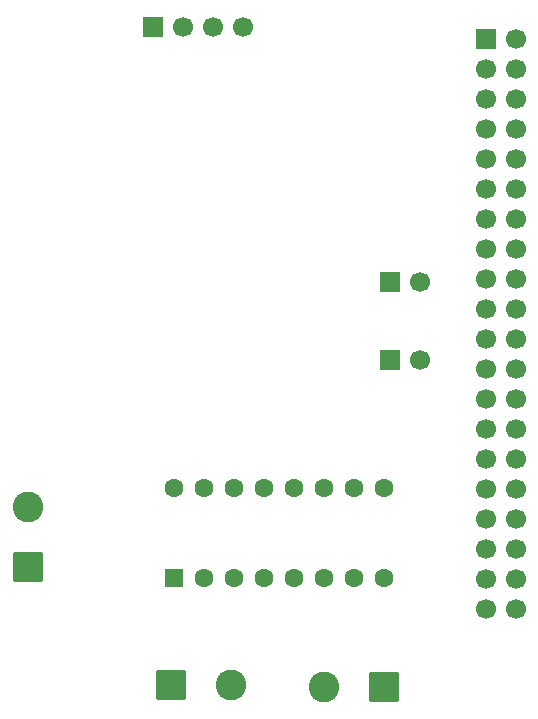
<source format=gbl>
G04 #@! TF.GenerationSoftware,KiCad,Pcbnew,9.0.1*
G04 #@! TF.CreationDate,2025-07-29T22:46:59+03:00*
G04 #@! TF.ProjectId,Ras pi hat,52617320-7069-4206-9861-742e6b696361,rev?*
G04 #@! TF.SameCoordinates,Original*
G04 #@! TF.FileFunction,Copper,L2,Bot*
G04 #@! TF.FilePolarity,Positive*
%FSLAX46Y46*%
G04 Gerber Fmt 4.6, Leading zero omitted, Abs format (unit mm)*
G04 Created by KiCad (PCBNEW 9.0.1) date 2025-07-29 22:46:59*
%MOMM*%
%LPD*%
G01*
G04 APERTURE LIST*
G04 Aperture macros list*
%AMRoundRect*
0 Rectangle with rounded corners*
0 $1 Rounding radius*
0 $2 $3 $4 $5 $6 $7 $8 $9 X,Y pos of 4 corners*
0 Add a 4 corners polygon primitive as box body*
4,1,4,$2,$3,$4,$5,$6,$7,$8,$9,$2,$3,0*
0 Add four circle primitives for the rounded corners*
1,1,$1+$1,$2,$3*
1,1,$1+$1,$4,$5*
1,1,$1+$1,$6,$7*
1,1,$1+$1,$8,$9*
0 Add four rect primitives between the rounded corners*
20,1,$1+$1,$2,$3,$4,$5,0*
20,1,$1+$1,$4,$5,$6,$7,0*
20,1,$1+$1,$6,$7,$8,$9,0*
20,1,$1+$1,$8,$9,$2,$3,0*%
G04 Aperture macros list end*
G04 #@! TA.AperFunction,ComponentPad*
%ADD10R,1.700000X1.700000*%
G04 #@! TD*
G04 #@! TA.AperFunction,ComponentPad*
%ADD11C,1.700000*%
G04 #@! TD*
G04 #@! TA.AperFunction,ComponentPad*
%ADD12RoundRect,0.250000X0.550000X-0.550000X0.550000X0.550000X-0.550000X0.550000X-0.550000X-0.550000X0*%
G04 #@! TD*
G04 #@! TA.AperFunction,ComponentPad*
%ADD13C,1.600000*%
G04 #@! TD*
G04 #@! TA.AperFunction,ComponentPad*
%ADD14RoundRect,0.250000X1.050000X1.050000X-1.050000X1.050000X-1.050000X-1.050000X1.050000X-1.050000X0*%
G04 #@! TD*
G04 #@! TA.AperFunction,ComponentPad*
%ADD15C,2.600000*%
G04 #@! TD*
G04 #@! TA.AperFunction,ComponentPad*
%ADD16RoundRect,0.250000X1.050000X-1.050000X1.050000X1.050000X-1.050000X1.050000X-1.050000X-1.050000X0*%
G04 #@! TD*
G04 #@! TA.AperFunction,ComponentPad*
%ADD17RoundRect,0.250000X-1.050000X-1.050000X1.050000X-1.050000X1.050000X1.050000X-1.050000X1.050000X0*%
G04 #@! TD*
G04 APERTURE END LIST*
D10*
G04 #@! TO.P,J6,1,Pin_1*
G04 #@! TO.N,Motor S1*
X192786000Y-82550000D03*
D11*
G04 #@! TO.P,J6,2,Pin_2*
G04 #@! TO.N,Net-(J2-MISO_SPI0{slash}GPIO09)*
X195326000Y-82550000D03*
G04 #@! TD*
D10*
G04 #@! TO.P,J7,1,Pin_1*
G04 #@! TO.N,Motor S2*
X192786000Y-75946000D03*
D11*
G04 #@! TO.P,J7,2,Pin_2*
G04 #@! TO.N,Net-(J2-MOSI_SPI0{slash}GPIO10)*
X195326000Y-75946000D03*
G04 #@! TD*
D12*
G04 #@! TO.P,U1,1,EN1\u002C2*
G04 #@! TO.N,Motor S1*
X174498000Y-101087000D03*
D13*
G04 #@! TO.P,U1,2,1A*
G04 #@! TO.N,IN 1*
X177038000Y-101087000D03*
G04 #@! TO.P,U1,3,1Y*
G04 #@! TO.N,Net-(J9-Pin_1)*
X179578000Y-101087000D03*
G04 #@! TO.P,U1,4,GND*
G04 #@! TO.N,GND*
X182118000Y-101087000D03*
G04 #@! TO.P,U1,5,GND*
X184658000Y-101087000D03*
G04 #@! TO.P,U1,6,2Y*
G04 #@! TO.N,Net-(J9-Pin_2)*
X187198000Y-101087000D03*
G04 #@! TO.P,U1,7,2A*
G04 #@! TO.N,IN 2*
X189738000Y-101087000D03*
G04 #@! TO.P,U1,8,VCC2*
G04 #@! TO.N,Net-(J8-Pin_2)*
X192278000Y-101087000D03*
G04 #@! TO.P,U1,9,EN3\u002C4*
G04 #@! TO.N,Motor S2*
X192278000Y-93467000D03*
G04 #@! TO.P,U1,10,3A*
G04 #@! TO.N,IN 3*
X189738000Y-93467000D03*
G04 #@! TO.P,U1,11,3Y*
G04 #@! TO.N,Net-(J10-Pin_1)*
X187198000Y-93467000D03*
G04 #@! TO.P,U1,12,GND*
G04 #@! TO.N,GND*
X184658000Y-93467000D03*
G04 #@! TO.P,U1,13,GND*
X182118000Y-93467000D03*
G04 #@! TO.P,U1,14,4Y*
G04 #@! TO.N,Net-(J10-Pin_2)*
X179578000Y-93467000D03*
G04 #@! TO.P,U1,15,4A*
G04 #@! TO.N,IN 4*
X177038000Y-93467000D03*
G04 #@! TO.P,U1,16,VCC1*
G04 #@! TO.N,Net-(U1-VCC1)*
X174498000Y-93467000D03*
G04 #@! TD*
D14*
G04 #@! TO.P,J10,1,Pin_1*
G04 #@! TO.N,Net-(J10-Pin_1)*
X192278000Y-110236000D03*
D15*
G04 #@! TO.P,J10,2,Pin_2*
G04 #@! TO.N,Net-(J10-Pin_2)*
X187198000Y-110236000D03*
G04 #@! TD*
D16*
G04 #@! TO.P,J8,1,Pin_1*
G04 #@! TO.N,GND*
X162173500Y-100081000D03*
D15*
G04 #@! TO.P,J8,2,Pin_2*
G04 #@! TO.N,Net-(J8-Pin_2)*
X162173500Y-95001000D03*
G04 #@! TD*
D17*
G04 #@! TO.P,J9,1,Pin_1*
G04 #@! TO.N,Net-(J9-Pin_1)*
X174234000Y-110103500D03*
D15*
G04 #@! TO.P,J9,2,Pin_2*
G04 #@! TO.N,Net-(J9-Pin_2)*
X179314000Y-110103500D03*
G04 #@! TD*
D10*
G04 #@! TO.P,J1,1,Pin_1*
G04 #@! TO.N,Net-(J1-Pin_1)*
X172720000Y-54356000D03*
D11*
G04 #@! TO.P,J1,2,Pin_2*
G04 #@! TO.N,Net-(J1-Pin_2)*
X175260000Y-54356000D03*
G04 #@! TO.P,J1,3,Pin_3*
G04 #@! TO.N,Net-(J1-Pin_3)*
X177800000Y-54356000D03*
G04 #@! TO.P,J1,4,Pin_4*
G04 #@! TO.N,GND*
X180340000Y-54356000D03*
G04 #@! TD*
D10*
G04 #@! TO.P,J2,1,3V3*
G04 #@! TO.N,Net-(J1-Pin_1)*
X200914000Y-55372000D03*
D11*
G04 #@! TO.P,J2,2,5V*
G04 #@! TO.N,Net-(U1-VCC1)*
X203454000Y-55372000D03*
G04 #@! TO.P,J2,3,SDA_I2C1/GPIO02*
G04 #@! TO.N,unconnected-(J2-SDA_I2C1{slash}GPIO02-Pad3)*
X200914000Y-57912000D03*
G04 #@! TO.P,J2,4,5V*
G04 #@! TO.N,Net-(U1-VCC1)*
X203454000Y-57912000D03*
G04 #@! TO.P,J2,5,SCL_I2C1/GPIO03*
G04 #@! TO.N,unconnected-(J2-SCL_I2C1{slash}GPIO03-Pad5)*
X200914000Y-60452000D03*
G04 #@! TO.P,J2,6,GND*
G04 #@! TO.N,GND*
X203454000Y-60452000D03*
G04 #@! TO.P,J2,7,GPCLK0/GPIO04*
G04 #@! TO.N,IN 1*
X200914000Y-62992000D03*
G04 #@! TO.P,J2,8,GPIO14/UART_TXD*
G04 #@! TO.N,Net-(J1-Pin_2)*
X203454000Y-62992000D03*
G04 #@! TO.P,J2,9,GND*
G04 #@! TO.N,GND*
X200914000Y-65532000D03*
G04 #@! TO.P,J2,10,GPIO15/UART_RXD*
G04 #@! TO.N,Net-(J1-Pin_3)*
X203454000Y-65532000D03*
G04 #@! TO.P,J2,11,GPIO17/SPI1_~{CE1}*
G04 #@! TO.N,unconnected-(J2-GPIO17{slash}SPI1_~{CE1}-Pad11)*
X200914000Y-68072000D03*
G04 #@! TO.P,J2,12,GPIO18/SPI1_~{CE0}/PCM_CLK/PWM0*
G04 #@! TO.N,unconnected-(J2-GPIO18{slash}SPI1_~{CE0}{slash}PCM_CLK{slash}PWM0-Pad12)*
X203454000Y-68072000D03*
G04 #@! TO.P,J2,13,GPIO27/SDIO_DAT3*
G04 #@! TO.N,unconnected-(J2-GPIO27{slash}SDIO_DAT3-Pad13)*
X200914000Y-70612000D03*
G04 #@! TO.P,J2,14,GND*
G04 #@! TO.N,GND*
X203454000Y-70612000D03*
G04 #@! TO.P,J2,15,GPIO22/SDIO_CLK*
G04 #@! TO.N,unconnected-(J2-GPIO22{slash}SDIO_CLK-Pad15)*
X200914000Y-73152000D03*
G04 #@! TO.P,J2,16,GPIO23/SDIO_CMD*
G04 #@! TO.N,unconnected-(J2-GPIO23{slash}SDIO_CMD-Pad16)*
X203454000Y-73152000D03*
G04 #@! TO.P,J2,17,3V3*
G04 #@! TO.N,Net-(J1-Pin_1)*
X200914000Y-75692000D03*
G04 #@! TO.P,J2,18,GPIO24/SDIO_DAT0*
G04 #@! TO.N,unconnected-(J2-GPIO24{slash}SDIO_DAT0-Pad18)*
X203454000Y-75692000D03*
G04 #@! TO.P,J2,19,MOSI_SPI0/GPIO10*
G04 #@! TO.N,Net-(J2-MOSI_SPI0{slash}GPIO10)*
X200914000Y-78232000D03*
G04 #@! TO.P,J2,20,GND*
G04 #@! TO.N,GND*
X203454000Y-78232000D03*
G04 #@! TO.P,J2,21,MISO_SPI0/GPIO09*
G04 #@! TO.N,Net-(J2-MISO_SPI0{slash}GPIO09)*
X200914000Y-80772000D03*
G04 #@! TO.P,J2,22,GPIO25/SDIO_DAT1*
G04 #@! TO.N,unconnected-(J2-GPIO25{slash}SDIO_DAT1-Pad22)*
X203454000Y-80772000D03*
G04 #@! TO.P,J2,23,SCLK_SPI0/GPIO11*
G04 #@! TO.N,unconnected-(J2-SCLK_SPI0{slash}GPIO11-Pad23)*
X200914000Y-83312000D03*
G04 #@! TO.P,J2,24,~{CE0}_SPI0/GPIO08*
G04 #@! TO.N,unconnected-(J2-~{CE0}_SPI0{slash}GPIO08-Pad24)*
X203454000Y-83312000D03*
G04 #@! TO.P,J2,25,GND*
G04 #@! TO.N,GND*
X200914000Y-85852000D03*
G04 #@! TO.P,J2,26,~{CE1}_SPI0/GPIO07*
G04 #@! TO.N,IN 4*
X203454000Y-85852000D03*
G04 #@! TO.P,J2,27,ID_SD_I2C0/GPIO00*
G04 #@! TO.N,unconnected-(J2-ID_SD_I2C0{slash}GPIO00-Pad27)*
X200914000Y-88392000D03*
G04 #@! TO.P,J2,28,ID_SC_I2C0/GPIO01*
G04 #@! TO.N,unconnected-(J2-ID_SC_I2C0{slash}GPIO01-Pad28)*
X203454000Y-88392000D03*
G04 #@! TO.P,J2,29,GPCLK1/GPIO05*
G04 #@! TO.N,IN 2*
X200914000Y-90932000D03*
G04 #@! TO.P,J2,30,GND*
G04 #@! TO.N,GND*
X203454000Y-90932000D03*
G04 #@! TO.P,J2,31,GPCLK2/GPIO06*
G04 #@! TO.N,IN 3*
X200914000Y-93472000D03*
G04 #@! TO.P,J2,32,GPIO12/PWM0*
G04 #@! TO.N,unconnected-(J2-GPIO12{slash}PWM0-Pad32)*
X203454000Y-93472000D03*
G04 #@! TO.P,J2,33,GPIO13/PWM1*
G04 #@! TO.N,unconnected-(J2-GPIO13{slash}PWM1-Pad33)*
X200914000Y-96012000D03*
G04 #@! TO.P,J2,34,GND*
G04 #@! TO.N,GND*
X203454000Y-96012000D03*
G04 #@! TO.P,J2,35,GPIO19/SPI1_MISO/PCM_FS*
G04 #@! TO.N,unconnected-(J2-GPIO19{slash}SPI1_MISO{slash}PCM_FS-Pad35)*
X200914000Y-98552000D03*
G04 #@! TO.P,J2,36,GPIO16/SPI1_~{CE2}*
G04 #@! TO.N,unconnected-(J2-GPIO16{slash}SPI1_~{CE2}-Pad36)*
X203454000Y-98552000D03*
G04 #@! TO.P,J2,37,GPIO26/SDIO_DAT2*
G04 #@! TO.N,unconnected-(J2-GPIO26{slash}SDIO_DAT2-Pad37)*
X200914000Y-101092000D03*
G04 #@! TO.P,J2,38,GPIO20/SPI1_MOSI/PCM_DIN/PWM1*
G04 #@! TO.N,unconnected-(J2-GPIO20{slash}SPI1_MOSI{slash}PCM_DIN{slash}PWM1-Pad38)*
X203454000Y-101092000D03*
G04 #@! TO.P,J2,39,GND*
G04 #@! TO.N,GND*
X200914000Y-103632000D03*
G04 #@! TO.P,J2,40,GPIO21/SPI1_SCLK/PCM_DOUT*
G04 #@! TO.N,unconnected-(J2-GPIO21{slash}SPI1_SCLK{slash}PCM_DOUT-Pad40)*
X203454000Y-103632000D03*
G04 #@! TD*
M02*

</source>
